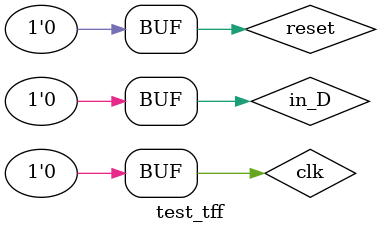
<source format=v>
`timescale 1ns / 1ps


module test_tff;

	// Inputs
	reg in_D;
	reg clk;
	reg reset;

	// Outputs
	wire out_Q;
	wire out_QBar;

	// Instantiate the Unit Under Test (UUT)
	DFF uut (
		.in_D(in_D), 
		.clk(clk), 
		.reset(reset), 
		.out_Q(out_Q), 
		.out_QBar(out_QBar)
	);

	initial begin
		// Initialize Inputs
		in_D = 0;
		clk = 0;
		reset = 0;

		// Wait 100 ns for global reset to finish
		#100;
        
		// Add stimulus here

	end
      
endmodule


</source>
